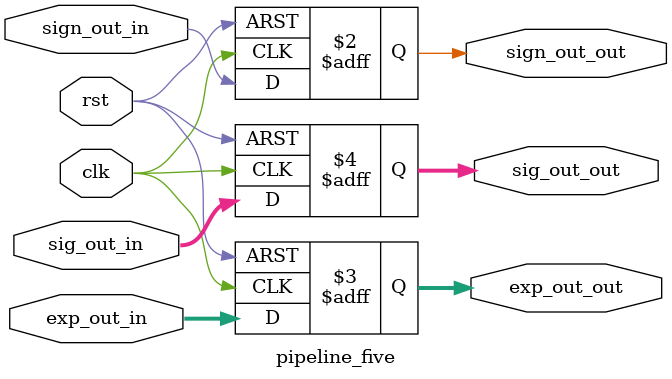
<source format=v>
module pipeline_five (clk, rst, exp_out_in, sign_out_in, sig_out_in, exp_out_out, sign_out_out, sig_out_out);
    
    input clk, rst, sign_out_in;
    input [7:0] exp_out_in;
    input [22:0] sig_out_in;
    output reg sign_out_out;
    output reg [7:0] exp_out_out;
    output reg [22:0] sig_out_out;
    



    always @(posedge clk , posedge rst) begin
        if(rst) begin
            sign_out_out <= 1'b0;
            exp_out_out <= 8'b0;
            sig_out_out <= 23'b0;
        end
        else begin
            sign_out_out <= sign_out_in;
            exp_out_out <= exp_out_in;
            sig_out_out <= sig_out_in;
        end
    end

endmodule
</source>
